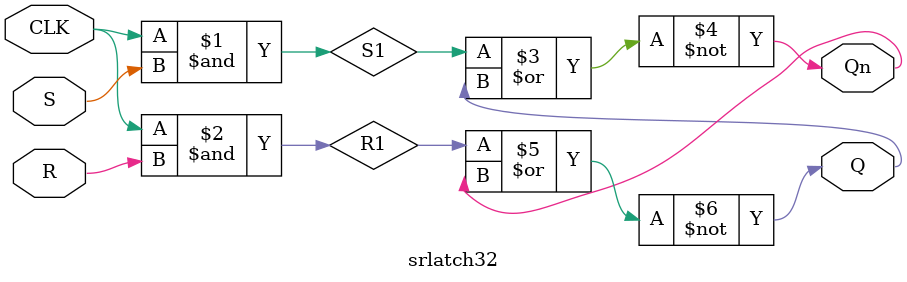
<source format=v>
module srlatch32(Q, Qn, CLK, S, R);
   output Q;
   output Qn;
   input  CLK;   
   input  S;
   input  R;

   wire   S1;
   wire   R1;
   
   and(S1, CLK, S);
   and(R1, CLK, R);   
   nor(Qn, S1, Q);
   nor(Q, R1, Qn);
endmodule

</source>
